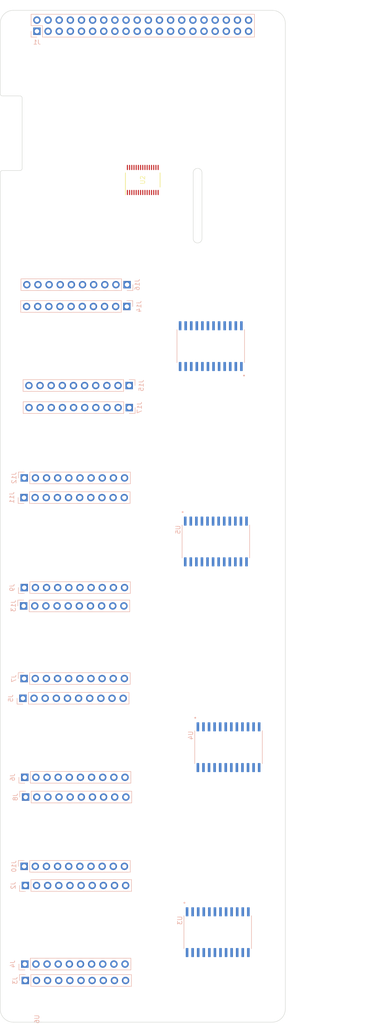
<source format=kicad_pcb>
(kicad_pcb (version 20240108) (generator "pcbnew") (generator_version "8.0")
  (title_block (date "15 nov 2012"))
  (layers (0 "F.Cu" signal) (31 "B.Cu" signal) (34 "B.Paste" user) (35 "F.Paste" user) (36 "B.SilkS" user "B.Silkscreen") (37 "F.SilkS" user "F.Silkscreen") (38 "B.Mask" user) (39 "F.Mask" user) (44 "Edge.Cuts" user))
  (net 0 "")
  (net 1 "GND")
  (net 2 "/GPIO2{slash}SDA1")
  (net 3 "/GPIO3{slash}SCL1")
  (net 4 "/GPIO4{slash}GPCLK0")
  (net 5 "/GPIO14{slash}TXD0")
  (net 6 "/GPIO15{slash}RXD0")
  (net 7 "/GPIO17")
  (net 8 "/GPIO18{slash}PCM.CLK")
  (net 9 "/GPIO27")
  (net 10 "/GPIO22")
  (net 11 "/GPIO23")
  (net 12 "/GPIO24")
  (net 13 "/GPIO10{slash}SPI0.MOSI")
  (net 14 "/GPIO9{slash}SPI0.MISO")
  (net 15 "/GPIO25")
  (net 16 "/GPIO11{slash}SPI0.SCLK")
  (net 17 "/GPIO8{slash}SPI0.CE0")
  (net 18 "/GPIO7{slash}SPI0.CE1")
  (net 19 "/ID_SDA")
  (net 20 "/ID_SCL")
  (net 21 "/GPIO5")
  (net 22 "/GPIO6")
  (net 23 "/GPIO12{slash}PWM0")
  (net 24 "/GPIO13{slash}PWM1")
  (net 25 "/GPIO19{slash}PCM.FS")
  (net 26 "/GPIO16")
  (net 27 "/GPIO26")
  (net 28 "/GPIO20{slash}PCM.DIN")
  (net 29 "/GPIO21{slash}PCM.DOUT")
  (net 30 "+5V")
  (net 31 "+3V3")
  (net 32 "Net-(U2-CH2)")
  (net 44 "Net-(U2-CH0)")
  (net 47 "Net-(U2-CH1)")
  (net 49 "Net-(C6-Pad1)")
  (net 57 "Net-(U2-CH3)")
  (net 60 "/FPGA_1_14")
  (net 61 "/FPGA_1_9")
  (net 62 "/FPGA_1_15")
  (net 63 "/FPGA_1_8")
  (net 64 "/MUX_1_S1")
  (net 65 "/MUX_1_S0")
  (net 66 "/FPGA_1_11")
  (net 67 "/FPGA_1_3")
  (net 68 "/FPGA_1_10")
  (net 69 "/MUX_0_IO")
  (net 70 "/FPGA_1_12")
  (net 71 "/FPGA_1_1")
  (net 72 "/MUX_1_S3")
  (net 73 "/FPGA_1_13")
  (net 74 "/FPGA_1_2")
  (net 75 "/FPGA_1_6")
  (net 76 "/FPGA_1_5")
  (net 77 "/FPGA_1_0")
  (net 78 "/MUX_1_S2")
  (net 79 "/FPGA_1_7")
  (net 80 "/FPGA_1_4")
  (net 85 "/FPGA_0_6")
  (net 86 "/FPGA_0_7")
  (net 87 "/FPGA_0_3")
  (net 88 "/FPGA_0_0")
  (net 89 "/FPGA_0_4")
  (net 90 "/FPGA_0_1")
  (net 91 "/FPGA_0_2")
  (net 92 "/FPGA_0_5")
  (net 93 "/FPGA_0_12")
  (net 94 "/FPGA_0_10")
  (net 95 "/FPGA_0_11")
  (net 96 "/FPGA_0_9")
  (net 97 "/FPGA_0_8")
  (net 98 "/FPGA_0_14")
  (net 99 "/FPGA_0_15")
  (net 100 "/FPGA_0_13")
  (net 105 "/FPGA_2_4")
  (net 106 "/FPGA_2_7")
  (net 107 "/FPGA_2_2")
  (net 109 "/FPGA_2_6")
  (net 110 "/FPGA_2_0")
  (net 111 "/FPGA_2_3")
  (net 112 "/FPGA_2_1")
  (net 113 "/FPGA_2_5")
  (net 114 "/FPGA_2_9")
  (net 116 "/FPGA_2_15")
  (net 117 "/FPGA_2_10")
  (net 118 "/FPGA_2_14")
  (net 119 "/FPGA_2_8")
  (net 120 "/FPGA_2_12")
  (net 121 "/FPGA_2_11")
  (net 122 "/FPGA_2_13")
  (net 125 "/FPGA_3_6")
  (net 126 "/FPGA_3_4")
  (net 127 "/FPGA_3_5")
  (net 128 "/FPGA_3_2")
  (net 129 "/FPGA_3_3")
  (net 130 "/FPGA_3_7")
  (net 131 "/FPGA_3_0")
  (net 132 "/FPGA_3_1")
  (net 134 "/FPGA_3_10")
  (net 135 "/FPGA_3_14")
  (net 136 "/FPGA_3_8")
  (net 137 "/FPGA_3_13")
  (net 138 "/FPGA_3_11")
  (net 139 "/FPGA_3_15")
  (net 140 "/FPGA_3_9")
  (net 142 "/FPGA_3_12")
  (net 145 "/MUX_0_S1")
  (net 146 "/MUX_0_S0")
  (net 147 "/MUX_0_S3")
  (net 148 "/MUX_0_S2")
  (net 149 "/MUX_1_IO")
  (net 150 "/MUX_2_S2")
  (net 151 "/MUX_2_S0")
  (net 152 "/MUX_2_S1")
  (net 153 "/MUX_2_S3")
  (net 154 "/MUX_2_IO")
  (net 155 "/MUX_3_S1")
  (net 156 "/MUX_3_S2")
  (net 157 "/MUX_3_S3")
  (net 158 "/MUX_3_IO")
  (net 159 "/MUX_3_S0")
  (footprint "MountingHole:MountingHole_2.7mm_M2.5" (layer "F.Cu") (at 161.5 47.5)
    (property "Reference" "MH2" (hide yes))
    (property "Value" "MountingHole_2.7mm_M2.5" (hide yes))
    (pad "" np_thru_hole circle (at 0 0) (size 2.7 2.7) (drill 2.7) (layers "*.Cu" "*.Mask"))
  )
  (footprint "MountingHole:MountingHole_2.7mm_M2.5" (layer "F.Cu") (at 103.5 96.5)
    (property "Reference" "MH3" (hide yes))
    (property "Value" "MountingHole_2.7mm_M2.5" (hide yes))
    (pad "" np_thru_hole circle (at 0 0) (size 2.7 2.7) (drill 2.7) (layers "*.Cu" "*.Mask"))
  )
  (footprint "MountingHole:MountingHole_2.7mm_M2.5" (layer "F.Cu") (at 103.5 47.5)
    (property "Reference" "MH1" (hide yes))
    (property "Value" "MountingHole_2.7mm_M2.5" (hide yes))
    (pad "" np_thru_hole circle (at 0 0) (size 2.7 2.7) (drill 2.7) (layers "*.Cu" "*.Mask"))
  )
  (footprint "MountingHole:MountingHole_2.7mm_M2.5" (layer "F.Cu") (at 161.5 96.5)
    (property "Reference" "MH4" (hide yes))
    (property "Value" "MountingHole_2.7mm_M2.5" (hide yes))
    (pad "" np_thru_hole circle (at 0 0) (size 2.7 2.7) (drill 2.7) (layers "*.Cu" "*.Mask"))
  )
  (footprint "CarrierBoardLib:DBT0030A_L" (layer "F.Cu") (at 132.5 82.650001 90)
    (property "Reference" "U2" (at 0 0 90) (layer "F.SilkS"))
    (property "Value" "ADS7950")
    (pad "1" smd oval (at -2.849999 -3.500001 180) (size 0.249999 1.2) (layers "F.Cu" "F.Paste" "F.Mask"))
    (pad "2" smd oval (at -2.849999 -3.000002 180) (size 0.249999 1.2) (layers "F.Cu" "F.Paste" "F.Mask"))
    (pad "3" smd oval (at -2.849999 -2.5 180) (size 0.249999 1.2) (layers "F.Cu" "F.Paste" "F.Mask"))
    (pad "4" smd oval (at -2.849999 -2.000001 180) (size 0.249999 1.2) (layers "F.Cu" "F.Paste" "F.Mask"))
    (pad "5" smd oval (at -2.849999 -1.5 180) (size 0.249999 1.2) (layers "F.Cu" "F.Paste" "F.Mask"))
    (pad "6" smd oval (at -2.849999 -1.000001 180) (size 0.249999 1.2) (layers "F.Cu" "F.Paste" "F.Mask") (net 49 "Net-(C6-Pad1)"))
    (pad "7" smd oval (at -2.849999 -0.500002 180) (size 0.249999 1.2) (layers "F.Cu" "F.Paste" "F.Mask"))
    (pad "8" smd oval (at -2.849999 0 180) (size 0.249999 1.2) (layers "F.Cu" "F.Paste" "F.Mask"))
    (pad "9" smd oval (at -2.849999 0.499999 180) (size 0.249999 1.2) (layers "F.Cu" "F.Paste" "F.Mask"))
    (pad "10" smd oval (at -2.849999 1.000001 180) (size 0.249999 1.2) (layers "F.Cu" "F.Paste" "F.Mask") (net 49 "Net-(C6-Pad1)"))
    (pad "11" smd oval (at -2.849999 1.5 180) (size 0.249999 1.2) (layers "F.Cu" "F.Paste" "F.Mask"))
    (pad "12" smd oval (at -2.849999 1.999999 180) (size 0.249999 1.2) (layers "F.Cu" "F.Paste" "F.Mask") (net 57 "Net-(U2-CH3)"))
    (pad "13" smd oval (at -2.849999 2.5 180) (size 0.249999 1.2) (layers "F.Cu" "F.Paste" "F.Mask"))
    (pad "14" smd oval (at -2.849999 2.999999 180) (size 0.249999 1.2) (layers "F.Cu" "F.Paste" "F.Mask") (net 32 "Net-(U2-CH2)"))
    (pad "15" smd oval (at -2.849999 3.500001 180) (size 0.249999 1.2) (layers "F.Cu" "F.Paste" "F.Mask"))
    (pad "16" smd oval (at 2.849999 3.500001 180) (size 0.249999 1.2) (layers "F.Cu" "F.Paste" "F.Mask"))
    (pad "17" smd oval (at 2.849999 2.999999 180) (size 0.249999 1.2) (layers "F.Cu" "F.Paste" "F.Mask"))
    (pad "18" smd oval (at 2.849999 2.5 180) (size 0.249999 1.2) (layers "F.Cu" "F.Paste" "F.Mask") (net 47 "Net-(U2-CH1)"))
    (pad "19" smd oval (at 2.849999 1.999999 180) (size 0.249999 1.2) (layers "F.Cu" "F.Paste" "F.Mask"))
    (pad "20" smd oval (at 2.849999 1.5 180) (size 0.249999 1.2) (layers "F.Cu" "F.Paste" "F.Mask") (net 44 "Net-(U2-CH0)"))
    (pad "21" smd oval (at 2.849999 1.000001 180) (size 0.249999 1.2) (layers "F.Cu" "F.Paste" "F.Mask"))
    (pad "22" smd oval (at 2.849999 0.499999 180) (size 0.249999 1.2) (layers "F.Cu" "F.Paste" "F.Mask") (net 49 "Net-(C6-Pad1)"))
    (pad "23" smd oval (at 2.849999 0 180) (size 0.249999 1.2) (layers "F.Cu" "F.Paste" "F.Mask"))
    (pad "24" smd oval (at 2.849999 -0.500002 180) (size 0.249999 1.2) (layers "F.Cu" "F.Paste" "F.Mask"))
    (pad "25" smd oval (at 2.849999 -1.000001 180) (size 0.249999 1.2) (layers "F.Cu" "F.Paste" "F.Mask"))
    (pad "26" smd oval (at 2.849999 -1.5 180) (size 0.249999 1.2) (layers "F.Cu" "F.Paste" "F.Mask"))
    (pad "27" smd oval (at 2.849999 -2.000001 180) (size 0.249999 1.2) (layers "F.Cu" "F.Paste" "F.Mask"))
    (pad "28" smd oval (at 2.849999 -2.5 180) (size 0.249999 1.2) (layers "F.Cu" "F.Paste" "F.Mask"))
    (pad "29" smd oval (at 2.849999 -3.000002 180) (size 0.249999 1.2) (layers "F.Cu" "F.Paste" "F.Mask"))
    (pad "30" smd oval (at 2.849999 -3.500001 180) (size 0.249999 1.2) (layers "F.Cu" "F.Paste" "F.Mask"))
  )
  (footprint "Connector_PinSocket_2.54mm:PinSocket_2x20_P2.54mm_Vertical" (layer "B.Cu") (at 108.37 48.77 -90)
    (property "Reference" "J1" (at 2.5 0 0) (layer "B.SilkS") (effects (justify mirror)))
    (property "Value" "GPIO")
    (pad "1" thru_hole rect (at 0 0 270) (size 1.7 1.7) (drill 1) (layers "*.Cu" "*.Mask") (net 31 "+3V3"))
    (pad "2" thru_hole oval (at -2.54 0 270) (size 1.7 1.7) (drill 1) (layers "*.Cu" "*.Mask") (net 30 "+5V"))
    (pad "3" thru_hole oval (at 0 -2.54 270) (size 1.7 1.7) (drill 1) (layers "*.Cu" "*.Mask") (net 2 "/GPIO2{slash}SDA1"))
    (pad "4" thru_hole oval (at -2.54 -2.54 270) (size 1.7 1.7) (drill 1) (layers "*.Cu" "*.Mask") (net 30 "+5V"))
    (pad "5" thru_hole oval (at 0 -5.08 270) (size 1.7 1.7) (drill 1) (layers "*.Cu" "*.Mask") (net 3 "/GPIO3{slash}SCL1"))
    (pad "6" thru_hole oval (at -2.54 -5.08 270) (size 1.7 1.7) (drill 1) (layers "*.Cu" "*.Mask") (net 1 "GND"))
    (pad "7" thru_hole oval (at 0 -7.62 270) (size 1.7 1.7) (drill 1) (layers "*.Cu" "*.Mask") (net 4 "/GPIO4{slash}GPCLK0"))
    (pad "8" thru_hole oval (at -2.54 -7.62 270) (size 1.7 1.7) (drill 1) (layers "*.Cu" "*.Mask") (net 5 "/GPIO14{slash}TXD0"))
    (pad "9" thru_hole oval (at 0 -10.16 270) (size 1.7 1.7) (drill 1) (layers "*.Cu" "*.Mask") (net 1 "GND"))
    (pad "10" thru_hole oval (at -2.54 -10.16 270) (size 1.7 1.7) (drill 1) (layers "*.Cu" "*.Mask") (net 6 "/GPIO15{slash}RXD0"))
    (pad "11" thru_hole oval (at 0 -12.7 270) (size 1.7 1.7) (drill 1) (layers "*.Cu" "*.Mask") (net 7 "/GPIO17"))
    (pad "12" thru_hole oval (at -2.54 -12.7 270) (size 1.7 1.7) (drill 1) (layers "*.Cu" "*.Mask") (net 8 "/GPIO18{slash}PCM.CLK"))
    (pad "13" thru_hole oval (at 0 -15.24 270) (size 1.7 1.7) (drill 1) (layers "*.Cu" "*.Mask") (net 9 "/GPIO27"))
    (pad "14" thru_hole oval (at -2.54 -15.24 270) (size 1.7 1.7) (drill 1) (layers "*.Cu" "*.Mask") (net 1 "GND"))
    (pad "15" thru_hole oval (at 0 -17.78 270) (size 1.7 1.7) (drill 1) (layers "*.Cu" "*.Mask") (net 10 "/GPIO22"))
    (pad "16" thru_hole oval (at -2.54 -17.78 270) (size 1.7 1.7) (drill 1) (layers "*.Cu" "*.Mask") (net 11 "/GPIO23"))
    (pad "17" thru_hole oval (at 0 -20.32 270) (size 1.7 1.7) (drill 1) (layers "*.Cu" "*.Mask") (net 31 "+3V3"))
    (pad "18" thru_hole oval (at -2.54 -20.32 270) (size 1.7 1.7) (drill 1) (layers "*.Cu" "*.Mask") (net 12 "/GPIO24"))
    (pad "19" thru_hole oval (at 0 -22.86 270) (size 1.7 1.7) (drill 1) (layers "*.Cu" "*.Mask") (net 13 "/GPIO10{slash}SPI0.MOSI"))
    (pad "20" thru_hole oval (at -2.54 -22.86 270) (size 1.7 1.7) (drill 1) (layers "*.Cu" "*.Mask") (net 1 "GND"))
    (pad "21" thru_hole oval (at 0 -25.4 270) (size 1.7 1.7) (drill 1) (layers "*.Cu" "*.Mask") (net 14 "/GPIO9{slash}SPI0.MISO"))
    (pad "22" thru_hole oval (at -2.54 -25.4 270) (size 1.7 1.7) (drill 1) (layers "*.Cu" "*.Mask") (net 15 "/GPIO25"))
    (pad "23" thru_hole oval (at 0 -27.94 270) (size 1.7 1.7) (drill 1) (layers "*.Cu" "*.Mask") (net 16 "/GPIO11{slash}SPI0.SCLK"))
    (pad "24" thru_hole oval (at -2.54 -27.94 270) (size 1.7 1.7) (drill 1) (layers "*.Cu" "*.Mask") (net 17 "/GPIO8{slash}SPI0.CE0"))
    (pad "25" thru_hole oval (at 0 -30.48 270) (size 1.7 1.7) (drill 1) (layers "*.Cu" "*.Mask") (net 1 "GND"))
    (pad "26" thru_hole oval (at -2.54 -30.48 270) (size 1.7 1.7) (drill 1) (layers "*.Cu" "*.Mask") (net 18 "/GPIO7{slash}SPI0.CE1"))
    (pad "27" thru_hole oval (at 0 -33.02 270) (size 1.7 1.7) (drill 1) (layers "*.Cu" "*.Mask") (net 19 "/ID_SDA"))
    (pad "28" thru_hole oval (at -2.54 -33.02 270) (size 1.7 1.7) (drill 1) (layers "*.Cu" "*.Mask") (net 20 "/ID_SCL"))
    (pad "29" thru_hole oval (at 0 -35.56 270) (size 1.7 1.7) (drill 1) (layers "*.Cu" "*.Mask") (net 21 "/GPIO5"))
    (pad "30" thru_hole oval (at -2.54 -35.56 270) (size 1.7 1.7) (drill 1) (layers "*.Cu" "*.Mask") (net 1 "GND"))
    (pad "31" thru_hole oval (at 0 -38.1 270) (size 1.7 1.7) (drill 1) (layers "*.Cu" "*.Mask") (net 22 "/GPIO6"))
    (pad "32" thru_hole oval (at -2.54 -38.1 270) (size 1.7 1.7) (drill 1) (layers "*.Cu" "*.Mask") (net 23 "/GPIO12{slash}PWM0"))
    (pad "33" thru_hole oval (at 0 -40.64 270) (size 1.7 1.7) (drill 1) (layers "*.Cu" "*.Mask") (net 24 "/GPIO13{slash}PWM1"))
    (pad "34" thru_hole oval (at -2.54 -40.64 270) (size 1.7 1.7) (drill 1) (layers "*.Cu" "*.Mask") (net 1 "GND"))
    (pad "35" thru_hole oval (at 0 -43.18 270) (size 1.7 1.7) (drill 1) (layers "*.Cu" "*.Mask") (net 25 "/GPIO19{slash}PCM.FS"))
    (pad "36" thru_hole oval (at -2.54 -43.18 270) (size 1.7 1.7) (drill 1) (layers "*.Cu" "*.Mask") (net 26 "/GPIO16"))
    (pad "37" thru_hole oval (at 0 -45.72 270) (size 1.7 1.7) (drill 1) (layers "*.Cu" "*.Mask") (net 27 "/GPIO26"))
    (pad "38" thru_hole oval (at -2.54 -45.72 270) (size 1.7 1.7) (drill 1) (layers "*.Cu" "*.Mask") (net 28 "/GPIO20{slash}PCM.DIN"))
    (pad "39" thru_hole oval (at 0 -48.26 270) (size 1.7 1.7) (drill 1) (layers "*.Cu" "*.Mask") (net 1 "GND"))
    (pad "40" thru_hole oval (at -2.54 -48.26 270) (size 1.7 1.7) (drill 1) (layers "*.Cu" "*.Mask") (net 29 "/GPIO21{slash}PCM.DOUT"))
  )
  (footprint "CarrierBoardLib:SOIC127P1030X265-24N" (layer "B.Cu") (at 149.588 254 -90)
    (property "Reference" "U3" (at -2.685 8.612 90) (layer "B.SilkS") (effects (justify mirror)))
    (property "Value" "CD74HC4067M96")
    (pad "1" smd roundrect (at -4.64 6.985 270) (size 2.06 0.6) (layers "B.Cu" "B.Paste" "B.Mask") (roundrect_rratio 0.125) (net 69 "/MUX_0_IO"))
    (pad "2" smd roundrect (at -4.64 5.715 270) (size 2.06 0.6) (layers "B.Cu" "B.Paste" "B.Mask") (roundrect_rratio 0.125) (net 86 "/FPGA_0_7"))
    (pad "3" smd roundrect (at -4.64 4.445 270) (size 2.06 0.6) (layers "B.Cu" "B.Paste" "B.Mask") (roundrect_rratio 0.125) (net 85 "/FPGA_0_6"))
    (pad "4" smd roundrect (at -4.64 3.175 270) (size 2.06 0.6) (layers "B.Cu" "B.Paste" "B.Mask") (roundrect_rratio 0.125) (net 92 "/FPGA_0_5"))
    (pad "5" smd roundrect (at -4.64 1.905 270) (size 2.06 0.6) (layers "B.Cu" "B.Paste" "B.Mask") (roundrect_rratio 0.125) (net 89 "/FPGA_0_4"))
    (pad "6" smd roundrect (at -4.64 0.635 270) (size 2.06 0.6) (layers "B.Cu" "B.Paste" "B.Mask") (roundrect_rratio 0.125) (net 87 "/FPGA_0_3"))
    (pad "7" smd roundrect (at -4.64 -0.635 270) (size 2.06 0.6) (layers "B.Cu" "B.Paste" "B.Mask") (roundrect_rratio 0.125) (net 91 "/FPGA_0_2"))
    (pad "8" smd roundrect (at -4.64 -1.905 270) (size 2.06 0.6) (layers "B.Cu" "B.Paste" "B.Mask") (roundrect_rratio 0.125) (net 90 "/FPGA_0_1"))
    (pad "9" smd roundrect (at -4.64 -3.175 270) (size 2.06 0.6) (layers "B.Cu" "B.Paste" "B.Mask") (roundrect_rratio 0.125) (net 88 "/FPGA_0_0"))
    (pad "10" smd roundrect (at -4.64 -4.445 270) (size 2.06 0.6) (layers "B.Cu" "B.Paste" "B.Mask") (roundrect_rratio 0.125) (net 146 "/MUX_0_S0"))
    (pad "11" smd roundrect (at -4.64 -5.715 270) (size 2.06 0.6) (layers "B.Cu" "B.Paste" "B.Mask") (roundrect_rratio 0.125) (net 145 "/MUX_0_S1"))
    (pad "12" smd roundrect (at -4.64 -6.985 270) (size 2.06 0.6) (layers "B.Cu" "B.Paste" "B.Mask") (roundrect_rratio 0.125) (net 1 "GND"))
    (pad "13" smd roundrect (at 4.64 -6.985 270) (size 2.06 0.6) (layers "B.Cu" "B.Paste" "B.Mask") (roundrect_rratio 0.125) (net 147 "/MUX_0_S3"))
    (pad "14" smd roundrect (at 4.64 -5.715 270) (size 2.06 0.6) (layers "B.Cu" "B.Paste" "B.Mask") (roundrect_rratio 0.125) (net 148 "/MUX_0_S2"))
    (pad "15" smd roundrect (at 4.64 -4.445 270) (size 2.06 0.6) (layers "B.Cu" "B.Paste" "B.Mask") (roundrect_rratio 0.125) (net 1 "GND"))
    (pad "16" smd roundrect (at 4.64 -3.175 270) (size 2.06 0.6) (layers "B.Cu" "B.Paste" "B.Mask") (roundrect_rratio 0.125) (net 99 "/FPGA_0_15"))
    (pad "17" smd roundrect (at 4.64 -1.905 270) (size 2.06 0.6) (layers "B.Cu" "B.Paste" "B.Mask") (roundrect_rratio 0.125) (net 98 "/FPGA_0_14"))
    (pad "18" smd roundrect (at 4.64 -0.635 270) (size 2.06 0.6) (layers "B.Cu" "B.Paste" "B.Mask") (roundrect_rratio 0.125) (net 100 "/FPGA_0_13"))
    (pad "19" smd roundrect (at 4.64 0.635 270) (size 2.06 0.6) (layers "B.Cu" "B.Paste" "B.Mask") (roundrect_rratio 0.125) (net 93 "/FPGA_0_12"))
    (pad "20" smd roundrect (at 4.64 1.905 270) (size 2.06 0.6) (layers "B.Cu" "B.Paste" "B.Mask") (roundrect_rratio 0.125) (net 95 "/FPGA_0_11"))
    (pad "21" smd roundrect (at 4.64 3.175 270) (size 2.06 0.6) (layers "B.Cu" "B.Paste" "B.Mask") (roundrect_rratio 0.125) (net 94 "/FPGA_0_10"))
    (pad "22" smd roundrect (at 4.64 4.445 270) (size 2.06 0.6) (layers "B.Cu" "B.Paste" "B.Mask") (roundrect_rratio 0.125) (net 96 "/FPGA_0_9"))
    (pad "23" smd roundrect (at 4.64 5.715 270) (size 2.06 0.6) (layers "B.Cu" "B.Paste" "B.Mask") (roundrect_rratio 0.125) (net 97 "/FPGA_0_8"))
    (pad "24" smd roundrect (at 4.64 6.985 270) (size 2.06 0.6) (layers "B.Cu" "B.Paste" "B.Mask") (roundrect_rratio 0.125) (net 30 "+5V"))
  )
  (footprint "Connector_PinHeader_2.54mm:PinHeader_1x10_P2.54mm_Vertical" (layer "B.Cu") (at 105.34 179.68 -90)
    (property "Reference" "J13" (at 0 2.33 90) (layer "B.SilkS") (effects (justify mirror)))
    (property "Value" "Conn_01x10_Pin")
    (pad "1" thru_hole rect (at 0 0 270) (size 1.7 1.7) (drill 1) (layers "*.Cu" "*.Mask"))
    (pad "2" thru_hole oval (at 0 -2.54 270) (size 1.7 1.7) (drill 1) (layers "*.Cu" "*.Mask") (net 1 "GND"))
    (pad "3" thru_hole oval (at 0 -5.08 270) (size 1.7 1.7) (drill 1) (layers "*.Cu" "*.Mask") (net 119 "/FPGA_2_8"))
    (pad "4" thru_hole oval (at 0 -7.62 270) (size 1.7 1.7) (drill 1) (layers "*.Cu" "*.Mask") (net 114 "/FPGA_2_9"))
    (pad "5" thru_hole oval (at 0 -10.16 270) (size 1.7 1.7) (drill 1) (layers "*.Cu" "*.Mask") (net 117 "/FPGA_2_10"))
    (pad "6" thru_hole oval (at 0 -12.7 270) (size 1.7 1.7) (drill 1) (layers "*.Cu" "*.Mask") (net 121 "/FPGA_2_11"))
    (pad "7" thru_hole oval (at 0 -15.24 270) (size 1.7 1.7) (drill 1) (layers "*.Cu" "*.Mask") (net 120 "/FPGA_2_12"))
    (pad "8" thru_hole oval (at 0 -17.78 270) (size 1.7 1.7) (drill 1) (layers "*.Cu" "*.Mask") (net 122 "/FPGA_2_13"))
    (pad "9" thru_hole oval (at 0 -20.32 270) (size 1.7 1.7) (drill 1) (layers "*.Cu" "*.Mask") (net 118 "/FPGA_2_14"))
    (pad "10" thru_hole oval (at 0 -22.86 270) (size 1.7 1.7) (drill 1) (layers "*.Cu" "*.Mask") (net 116 "/FPGA_2_15"))
  )
  (footprint "Connector_PinHeader_2.54mm:PinHeader_1x10_P2.54mm_Vertical" (layer "B.Cu") (at 129.425 134.5 90)
    (property "Reference" "J17" (at 0 2.33 90) (layer "B.SilkS") (effects (justify mirror)))
    (property "Value" "Conn_01x10_Pin")
    (pad "1" thru_hole rect (at 0 0 90) (size 1.7 1.7) (drill 1) (layers "*.Cu" "*.Mask"))
    (pad "2" thru_hole oval (at 0 -2.54 90) (size 1.7 1.7) (drill 1) (layers "*.Cu" "*.Mask") (net 1 "GND"))
    (pad "3" thru_hole oval (at 0 -5.08 90) (size 1.7 1.7) (drill 1) (layers "*.Cu" "*.Mask") (net 136 "/FPGA_3_8"))
    (pad "4" thru_hole oval (at 0 -7.62 90) (size 1.7 1.7) (drill 1) (layers "*.Cu" "*.Mask") (net 140 "/FPGA_3_9"))
    (pad "5" thru_hole oval (at 0 -10.16 90) (size 1.7 1.7) (drill 1) (layers "*.Cu" "*.Mask") (net 134 "/FPGA_3_10"))
    (pad "6" thru_hole oval (at 0 -12.7 90) (size 1.7 1.7) (drill 1) (layers "*.Cu" "*.Mask") (net 138 "/FPGA_3_11"))
    (pad "7" thru_hole oval (at 0 -15.24 90) (size 1.7 1.7) (drill 1) (layers "*.Cu" "*.Mask") (net 142 "/FPGA_3_12"))
    (pad "8" thru_hole oval (at 0 -17.78 90) (size 1.7 1.7) (drill 1) (layers "*.Cu" "*.Mask") (net 137 "/FPGA_3_13"))
    (pad "9" thru_hole oval (at 0 -20.32 90) (size 1.7 1.7) (drill 1) (layers "*.Cu" "*.Mask") (net 135 "/FPGA_3_14"))
    (pad "10" thru_hole oval (at 0 -22.86 90) (size 1.7 1.7) (drill 1) (layers "*.Cu" "*.Mask") (net 139 "/FPGA_3_15"))
  )
  (footprint "Connector_PinSocket_2.54mm:PinSocket_1x10_P2.54mm_Vertical" (layer "B.Cu") (at 105.592 218.72 -90)
    (property "Reference" "J6" (at 0 2.77 90) (layer "B.SilkS") (effects (justify mirror)))
    (property "Value" "Conn_01x10")
    (pad "1" thru_hole rect (at 0 0 270) (size 1.7 1.7) (drill 1) (layers "*.Cu" "*.Mask"))
    (pad "2" thru_hole oval (at 0 -2.54 270) (size 1.7 1.7) (drill 1) (layers "*.Cu" "*.Mask") (net 1 "GND"))
    (pad "3" thru_hole oval (at 0 -5.08 270) (size 1.7 1.7) (drill 1) (layers "*.Cu" "*.Mask") (net 63 "/FPGA_1_8"))
    (pad "4" thru_hole oval (at 0 -7.62 270) (size 1.7 1.7) (drill 1) (layers "*.Cu" "*.Mask") (net 61 "/FPGA_1_9"))
    (pad "5" thru_hole oval (at 0 -10.16 270) (size 1.7 1.7) (drill 1) (layers "*.Cu" "*.Mask") (net 68 "/FPGA_1_10"))
    (pad "6" thru_hole oval (at 0 -12.7 270) (size 1.7 1.7) (drill 1) (layers "*.Cu" "*.Mask") (net 66 "/FPGA_1_11"))
    (pad "7" thru_hole oval (at 0 -15.24 270) (size 1.7 1.7) (drill 1) (layers "*.Cu" "*.Mask") (net 70 "/FPGA_1_12"))
    (pad "8" thru_hole oval (at 0 -17.78 270) (size 1.7 1.7) (drill 1) (layers "*.Cu" "*.Mask") (net 73 "/FPGA_1_13"))
    (pad "9" thru_hole oval (at 0 -20.32 270) (size 1.7 1.7) (drill 1) (layers "*.Cu" "*.Mask") (net 60 "/FPGA_1_14"))
    (pad "10" thru_hole oval (at 0 -22.86 270) (size 1.7 1.7) (drill 1) (layers "*.Cu" "*.Mask") (net 62 "/FPGA_1_15"))
  )
  (footprint "Connector_PinSocket_2.54mm:PinSocket_1x10_P2.54mm_Vertical" (layer "B.Cu") (at 105.738 243.36 -90)
    (property "Reference" "J2" (at 0 2.77 90) (layer "B.SilkS") (effects (justify mirror)))
    (property "Value" "Conn_01x10")
    (pad "1" thru_hole rect (at 0 0 270) (size 1.7 1.7) (drill 1) (layers "*.Cu" "*.Mask"))
    (pad "2" thru_hole oval (at 0 -2.54 270) (size 1.7 1.7) (drill 1) (layers "*.Cu" "*.Mask") (net 1 "GND"))
    (pad "3" thru_hole oval (at 0 -5.08 270) (size 1.7 1.7) (drill 1) (layers "*.Cu" "*.Mask") (net 88 "/FPGA_0_0"))
    (pad "4" thru_hole oval (at 0 -7.62 270) (size 1.7 1.7) (drill 1) (layers "*.Cu" "*.Mask") (net 90 "/FPGA_0_1"))
    (pad "5" thru_hole oval (at 0 -10.16 270) (size 1.7 1.7) (drill 1) (layers "*.Cu" "*.Mask") (net 91 "/FPGA_0_2"))
    (pad "6" thru_hole oval (at 0 -12.7 270) (size 1.7 1.7) (drill 1) (layers "*.Cu" "*.Mask") (net 87 "/FPGA_0_3"))
    (pad "7" thru_hole oval (at 0 -15.24 270) (size 1.7 1.7) (drill 1) (layers "*.Cu" "*.Mask") (net 89 "/FPGA_0_4"))
    (pad "8" thru_hole oval (at 0 -17.78 270) (size 1.7 1.7) (drill 1) (layers "*.Cu" "*.Mask") (net 92 "/FPGA_0_5"))
    (pad "9" thru_hole oval (at 0 -20.32 270) (size 1.7 1.7) (drill 1) (layers "*.Cu" "*.Mask") (net 85 "/FPGA_0_6"))
    (pad "10" thru_hole oval (at 0 -22.86 270) (size 1.7 1.7) (drill 1) (layers "*.Cu" "*.Mask") (net 86 "/FPGA_0_7"))
  )
  (footprint "Connector_PinHeader_2.54mm:PinHeader_1x10_P2.54mm_Vertical" (layer "B.Cu") (at 105.72 265 -90)
    (property "Reference" "J3" (at 0 2.33 90) (layer "B.SilkS") (effects (justify mirror)))
    (property "Value" "Conn_01x10_Pin")
    (pad "1" thru_hole rect (at 0 0 270) (size 1.7 1.7) (drill 1) (layers "*.Cu" "*.Mask"))
    (pad "2" thru_hole oval (at 0 -2.54 270) (size 1.7 1.7) (drill 1) (layers "*.Cu" "*.Mask") (net 1 "GND"))
    (pad "3" thru_hole oval (at 0 -5.08 270) (size 1.7 1.7) (drill 1) (layers "*.Cu" "*.Mask") (net 97 "/FPGA_0_8"))
    (pad "4" thru_hole oval (at 0 -7.62 270) (size 1.7 1.7) (drill 1) (layers "*.Cu" "*.Mask") (net 96 "/FPGA_0_9"))
    (pad "5" thru_hole oval (at 0 -10.16 270) (size 1.7 1.7) (drill 1) (layers "*.Cu" "*.Mask") (net 94 "/FPGA_0_10"))
    (pad "6" thru_hole oval (at 0 -12.7 270) (size 1.7 1.7) (drill 1) (layers "*.Cu" "*.Mask") (net 95 "/FPGA_0_11"))
    (pad "7" thru_hole oval (at 0 -15.24 270) (size 1.7 1.7) (drill 1) (layers "*.Cu" "*.Mask") (net 93 "/FPGA_0_12"))
    (pad "8" thru_hole oval (at 0 -17.78 270) (size 1.7 1.7) (drill 1) (layers "*.Cu" "*.Mask") (net 100 "/FPGA_0_13"))
    (pad "9" thru_hole oval (at 0 -20.32 270) (size 1.7 1.7) (drill 1) (layers "*.Cu" "*.Mask") (net 98 "/FPGA_0_14"))
    (pad "10" thru_hole oval (at 0 -22.86 270) (size 1.7 1.7) (drill 1) (layers "*.Cu" "*.Mask") (net 99 "/FPGA_0_15"))
  )
  (footprint "CarrierBoardLib:SOIC127P1030X265-24N" (layer "B.Cu") (at 149.168 165 -90)
    (property "Reference" "U5" (at -2.685 8.612 90) (layer "B.SilkS") (effects (justify mirror)))
    (property "Value" "CD74HC4067M96")
    (pad "1" smd roundrect (at -4.64 6.985 270) (size 2.06 0.6) (layers "B.Cu" "B.Paste" "B.Mask") (roundrect_rratio 0.125) (net 154 "/MUX_2_IO"))
    (pad "2" smd roundrect (at -4.64 5.715 270) (size 2.06 0.6) (layers "B.Cu" "B.Paste" "B.Mask") (roundrect_rratio 0.125) (net 106 "/FPGA_2_7"))
    (pad "3" smd roundrect (at -4.64 4.445 270) (size 2.06 0.6) (layers "B.Cu" "B.Paste" "B.Mask") (roundrect_rratio 0.125) (net 109 "/FPGA_2_6"))
    (pad "4" smd roundrect (at -4.64 3.175 270) (size 2.06 0.6) (layers "B.Cu" "B.Paste" "B.Mask") (roundrect_rratio 0.125) (net 113 "/FPGA_2_5"))
    (pad "5" smd roundrect (at -4.64 1.905 270) (size 2.06 0.6) (layers "B.Cu" "B.Paste" "B.Mask") (roundrect_rratio 0.125) (net 105 "/FPGA_2_4"))
    (pad "6" smd roundrect (at -4.64 0.635 270) (size 2.06 0.6) (layers "B.Cu" "B.Paste" "B.Mask") (roundrect_rratio 0.125) (net 111 "/FPGA_2_3"))
    (pad "7" smd roundrect (at -4.64 -0.635 270) (size 2.06 0.6) (layers "B.Cu" "B.Paste" "B.Mask") (roundrect_rratio 0.125) (net 107 "/FPGA_2_2"))
    (pad "8" smd roundrect (at -4.64 -1.905 270) (size 2.06 0.6) (layers "B.Cu" "B.Paste" "B.Mask") (roundrect_rratio 0.125) (net 112 "/FPGA_2_1"))
    (pad "9" smd roundrect (at -4.64 -3.175 270) (size 2.06 0.6) (layers "B.Cu" "B.Paste" "B.Mask") (roundrect_rratio 0.125) (net 110 "/FPGA_2_0"))
    (pad "10" smd roundrect (at -4.64 -4.445 270) (size 2.06 0.6) (layers "B.Cu" "B.Paste" "B.Mask") (roundrect_rratio 0.125) (net 151 "/MUX_2_S0"))
    (pad "11" smd roundrect (at -4.64 -5.715 270) (size 2.06 0.6) (layers "B.Cu" "B.Paste" "B.Mask") (roundrect_rratio 0.125) (net 152 "/MUX_2_S1"))
    (pad "12" smd roundrect (at -4.64 -6.985 270) (size 2.06 0.6) (layers "B.Cu" "B.Paste" "B.Mask") (roundrect_rratio 0.125) (net 1 "GND"))
    (pad "13" smd roundrect (at 4.64 -6.985 270) (size 2.06 0.6) (layers "B.Cu" "B.Paste" "B.Mask") (roundrect_rratio 0.125) (net 153 "/MUX_2_S3"))
    (pad "14" smd roundrect (at 4.64 -5.715 270) (size 2.06 0.6) (layers "B.Cu" "B.Paste" "B.Mask") (roundrect_rratio 0.125) (net 150 "/MUX_2_S2"))
    (pad "15" smd roundrect (at 4.64 -4.445 270) (size 2.06 0.6) (layers "B.Cu" "B.Paste" "B.Mask") (roundrect_rratio 0.125) (net 1 "GND"))
    (pad "16" smd roundrect (at 4.64 -3.175 270) (size 2.06 0.6) (layers "B.Cu" "B.Paste" "B.Mask") (roundrect_rratio 0.125) (net 116 "/FPGA_2_15"))
    (pad "17" smd roundrect (at 4.64 -1.905 270) (size 2.06 0.6) (layers "B.Cu" "B.Paste" "B.Mask") (roundrect_rratio 0.125) (net 118 "/FPGA_2_14"))
    (pad "18" smd roundrect (at 4.64 -0.635 270) (size 2.06 0.6) (layers "B.Cu" "B.Paste" "B.Mask") (roundrect_rratio 0.125) (net 122 "/FPGA_2_13"))
    (pad "19" smd roundrect (at 4.64 0.635 270) (size 2.06 0.6) (layers "B.Cu" "B.Paste" "B.Mask") (roundrect_rratio 0.125) (net 120 "/FPGA_2_12"))
    (pad "20" smd roundrect (at 4.64 1.905 270) (size 2.06 0.6) (layers "B.Cu" "B.Paste" "B.Mask") (roundrect_rratio 0.125) (net 121 "/FPGA_2_11"))
    (pad "21" smd roundrect (at 4.64 3.175 270) (size 2.06 0.6) (layers "B.Cu" "B.Paste" "B.Mask") (roundrect_rratio 0.125) (net 117 "/FPGA_2_10"))
    (pad "22" smd roundrect (at 4.64 4.445 270) (size 2.06 0.6) (layers "B.Cu" "B.Paste" "B.Mask") (roundrect_rratio 0.125) (net 114 "/FPGA_2_9"))
    (pad "23" smd roundrect (at 4.64 5.715 270) (size 2.06 0.6) (layers "B.Cu" "B.Paste" "B.Mask") (roundrect_rratio 0.125) (net 119 "/FPGA_2_8"))
    (pad "24" smd roundrect (at 4.64 6.985 270) (size 2.06 0.6) (layers "B.Cu" "B.Paste" "B.Mask") (roundrect_rratio 0.125) (net 30 "+5V"))
  )
  (footprint "Connector_PinSocket_2.54mm:PinSocket_1x10_P2.54mm_Vertical" (layer "B.Cu") (at 128.868 111.465 90)
    (property "Reference" "J14" (at 0 2.77 90) (layer "B.SilkS") (effects (justify mirror)))
    (property "Value" "Conn_01x10")
    (pad "1" thru_hole rect (at 0 0 90) (size 1.7 1.7) (drill 1) (layers "*.Cu" "*.Mask"))
    (pad "2" thru_hole oval (at 0 -2.54 90) (size 1.7 1.7) (drill 1) (layers "*.Cu" "*.Mask") (net 1 "GND"))
    (pad "3" thru_hole oval (at 0 -5.08 90) (size 1.7 1.7) (drill 1) (layers "*.Cu" "*.Mask") (net 131 "/FPGA_3_0"))
    (pad "4" thru_hole oval (at 0 -7.62 90) (size 1.7 1.7) (drill 1) (layers "*.Cu" "*.Mask") (net 132 "/FPGA_3_1"))
    (pad "5" thru_hole oval (at 0 -10.16 90) (size 1.7 1.7) (drill 1) (layers "*.Cu" "*.Mask") (net 128 "/FPGA_3_2"))
    (pad "6" thru_hole oval (at 0 -12.7 90) (size 1.7 1.7) (drill 1) (layers "*.Cu" "*.Mask") (net 129 "/FPGA_3_3"))
    (pad "7" thru_hole oval (at 0 -15.24 90) (size 1.7 1.7) (drill 1) (layers "*.Cu" "*.Mask") (net 126 "/FPGA_3_4"))
    (pad "8" thru_hole oval (at 0 -17.78 90) (size 1.7 1.7) (drill 1) (layers "*.Cu" "*.Mask") (net 127 "/FPGA_3_5"))
    (pad "9" thru_hole oval (at 0 -20.32 90) (size 1.7 1.7) (drill 1) (layers "*.Cu" "*.Mask") (net 125 "/FPGA_3_6"))
    (pad "10" thru_hole oval (at 0 -22.86 90) (size 1.7 1.7) (drill 1) (layers "*.Cu" "*.Mask") (net 130 "/FPGA_3_7"))
  )
  (footprint "Connector_PinHeader_2.54mm:PinHeader_1x10_P2.54mm_Vertical" (layer "B.Cu") (at 128.925 106.5 90)
    (property "Reference" "J16" (at 0 2.33 90) (layer "B.SilkS") (effects (justify mirror)))
    (property "Value" "Conn_01x10_Pin")
    (pad "1" thru_hole rect (at 0 0 90) (size 1.7 1.7) (drill 1) (layers "*.Cu" "*.Mask"))
    (pad "2" thru_hole oval (at 0 -2.54 90) (size 1.7 1.7) (drill 1) (layers "*.Cu" "*.Mask") (net 1 "GND"))
    (pad "3" thru_hole oval (at 0 -5.08 90) (size 1.7 1.7) (drill 1) (layers "*.Cu" "*.Mask") (net 131 "/FPGA_3_0"))
    (pad "4" thru_hole oval (at 0 -7.62 90) (size 1.7 1.7) (drill 1) (layers "*.Cu" "*.Mask") (net 132 "/FPGA_3_1"))
    (pad "5" thru_hole oval (at 0 -10.16 90) (size 1.7 1.7) (drill 1) (layers "*.Cu" "*.Mask") (net 128 "/FPGA_3_2"))
    (pad "6" thru_hole oval (at 0 -12.7 90) (size 1.7 1.7) (drill 1) (layers "*.Cu" "*.Mask") (net 129 "/FPGA_3_3"))
    (pad "7" thru_hole oval (at 0 -15.24 90) (size 1.7 1.7) (drill 1) (layers "*.Cu" "*.Mask") (net 126 "/FPGA_3_4"))
    (pad "8" thru_hole oval (at 0 -17.78 90) (size 1.7 1.7) (drill 1) (layers "*.Cu" "*.Mask") (net 127 "/FPGA_3_5"))
    (pad "9" thru_hole oval (at 0 -20.32 90) (size 1.7 1.7) (drill 1) (layers "*.Cu" "*.Mask") (net 125 "/FPGA_3_6"))
    (pad "10" thru_hole oval (at 0 -22.86 90) (size 1.7 1.7) (drill 1) (layers "*.Cu" "*.Mask") (net 130 "/FPGA_3_7"))
  )
  (footprint "CarrierBoardLib:SOIC127P1030X265-24N" (layer "B.Cu") (at 152.055 211.86 -90)
    (property "Reference" "U4" (at -2.685 8.612 90) (layer "B.SilkS") (effects (justify mirror)))
    (property "Value" "CD74HC4067M96")
    (pad "1" smd roundrect (at -4.64 6.985 270) (size 2.06 0.6) (layers "B.Cu" "B.Paste" "B.Mask") (roundrect_rratio 0.125) (net 149 "/MUX_1_IO"))
    (pad "2" smd roundrect (at -4.64 5.715 270) (size 2.06 0.6) (layers "B.Cu" "B.Paste" "B.Mask") (roundrect_rratio 0.125) (net 79 "/FPGA_1_7"))
    (pad "3" smd roundrect (at -4.64 4.445 270) (size 2.06 0.6) (layers "B.Cu" "B.Paste" "B.Mask") (roundrect_rratio 0.125) (net 75 "/FPGA_1_6"))
    (pad "4" smd roundrect (at -4.64 3.175 270) (size 2.06 0.6) (layers "B.Cu" "B.Paste" "B.Mask") (roundrect_rratio 0.125) (net 76 "/FPGA_1_5"))
    (pad "5" smd roundrect (at -4.64 1.905 270) (size 2.06 0.6) (layers "B.Cu" "B.Paste" "B.Mask") (roundrect_rratio 0.125) (net 80 "/FPGA_1_4"))
    (pad "6" smd roundrect (at -4.64 0.635 270) (size 2.06 0.6) (layers "B.Cu" "B.Paste" "B.Mask") (roundrect_rratio 0.125) (net 67 "/FPGA_1_3"))
    (pad "7" smd roundrect (at -4.64 -0.635 270) (size 2.06 0.6) (layers "B.Cu" "B.Paste" "B.Mask") (roundrect_rratio 0.125) (net 74 "/FPGA_1_2"))
    (pad "8" smd roundrect (at -4.64 -1.905 270) (size 2.06 0.6) (layers "B.Cu" "B.Paste" "B.Mask") (roundrect_rratio 0.125) (net 71 "/FPGA_1_1"))
    (pad "9" smd roundrect (at -4.64 -3.175 270) (size 2.06 0.6) (layers "B.Cu" "B.Paste" "B.Mask") (roundrect_rratio 0.125) (net 77 "/FPGA_1_0"))
    (pad "10" smd roundrect (at -4.64 -4.445 270) (size 2.06 0.6) (layers "B.Cu" "B.Paste" "B.Mask") (roundrect_rratio 0.125) (net 65 "/MUX_1_S0"))
    (pad "11" smd roundrect (at -4.64 -5.715 270) (size 2.06 0.6) (layers "B.Cu" "B.Paste" "B.Mask") (roundrect_rratio 0.125) (net 64 "/MUX_1_S1"))
    (pad "12" smd roundrect (at -4.64 -6.985 270) (size 2.06 0.6) (layers "B.Cu" "B.Paste" "B.Mask") (roundrect_rratio 0.125) (net 1 "GND"))
    (pad "13" smd roundrect (at 4.64 -6.985 270) (size 2.06 0.6) (layers "B.Cu" "B.Paste" "B.Mask") (roundrect_rratio 0.125) (net 72 "/MUX_1_S3"))
    (pad "14" smd roundrect (at 4.64 -5.715 270) (size 2.06 0.6) (layers "B.Cu" "B.Paste" "B.Mask") (roundrect_rratio 0.125) (net 78 "/MUX_1_S2"))
    (pad "15" smd roundrect (at 4.64 -4.445 270) (size 2.06 0.6) (layers "B.Cu" "B.Paste" "B.Mask") (roundrect_rratio 0.125) (net 1 "GND"))
    (pad "16" smd roundrect (at 4.64 -3.175 270) (size 2.06 0.6) (layers "B.Cu" "B.Paste" "B.Mask") (roundrect_rratio 0.125) (net 62 "/FPGA_1_15"))
    (pad "17" smd roundrect (at 4.64 -1.905 270) (size 2.06 0.6) (layers "B.Cu" "B.Paste" "B.Mask") (roundrect_rratio 0.125) (net 60 "/FPGA_1_14"))
    (pad "18" smd roundrect (at 4.64 -0.635 270) (size 2.06 0.6) (layers "B.Cu" "B.Paste" "B.Mask") (roundrect_rratio 0.125) (net 73 "/FPGA_1_13"))
    (pad "19" smd roundrect (at 4.64 0.635 270) (size 2.06 0.6) (layers "B.Cu" "B.Paste" "B.Mask") (roundrect_rratio 0.125) (net 70 "/FPGA_1_12"))
    (pad "20" smd roundrect (at 4.64 1.905 270) (size 2.06 0.6) (layers "B.Cu" "B.Paste" "B.Mask") (roundrect_rratio 0.125) (net 66 "/FPGA_1_11"))
    (pad "21" smd roundrect (at 4.64 3.175 270) (size 2.06 0.6) (layers "B.Cu" "B.Paste" "B.Mask") (roundrect_rratio 0.125) (net 68 "/FPGA_1_10"))
    (pad "22" smd roundrect (at 4.64 4.445 270) (size 2.06 0.6) (layers "B.Cu" "B.Paste" "B.Mask") (roundrect_rratio 0.125) (net 61 "/FPGA_1_9"))
    (pad "23" smd roundrect (at 4.64 5.715 270) (size 2.06 0.6) (layers "B.Cu" "B.Paste" "B.Mask") (roundrect_rratio 0.125) (net 63 "/FPGA_1_8"))
    (pad "24" smd roundrect (at 4.64 6.985 270) (size 2.06 0.6) (layers "B.Cu" "B.Paste" "B.Mask") (roundrect_rratio 0.125) (net 30 "+5V"))
  )
  (footprint "Connector_PinSocket_2.54mm:PinSocket_1x10_P2.54mm_Vertical" (layer "B.Cu") (at 129.4 129.475 90)
    (property "Reference" "J15" (at 0 2.77 90) (layer "B.SilkS") (effects (justify mirror)))
    (property "Value" "Conn_01x10")
    (pad "1" thru_hole rect (at 0 0 90) (size 1.7 1.7) (drill 1) (layers "*.Cu" "*.Mask"))
    (pad "2" thru_hole oval (at 0 -2.54 90) (size 1.7 1.7) (drill 1) (layers "*.Cu" "*.Mask") (net 1 "GND"))
    (pad "3" thru_hole oval (at 0 -5.08 90) (size 1.7 1.7) (drill 1) (layers "*.Cu" "*.Mask") (net 136 "/FPGA_3_8"))
    (pad "4" thru_hole oval (at 0 -7.62 90) (size 1.7 1.7) (drill 1) (layers "*.Cu" "*.Mask") (net 140 "/FPGA_3_9"))
    (pad "5" thru_hole oval (at 0 -10.16 90) (size 1.7 1.7) (drill 1) (layers "*.Cu" "*.Mask") (net 134 "/FPGA_3_10"))
    (pad "6" thru_hole oval (at 0 -12.7 90) (size 1.7 1.7) (drill 1) (layers "*.Cu" "*.Mask") (net 138 "/FPGA_3_11"))
    (pad "7" thru_hole oval (at 0 -15.24 90) (size 1.7 1.7) (drill 1) (layers "*.Cu" "*.Mask") (net 142 "/FPGA_3_12"))
    (pad "8" thru_hole oval (at 0 -17.78 90) (size 1.7 1.7) (drill 1) (layers "*.Cu" "*.Mask") (net 137 "/FPGA_3_13"))
    (pad "9" thru_hole oval (at 0 -20.32 90) (size 1.7 1.7) (drill 1) (layers "*.Cu" "*.Mask") (net 135 "/FPGA_3_14"))
    (pad "10" thru_hole oval (at 0 -22.86 90) (size 1.7 1.7) (drill 1) (layers "*.Cu" "*.Mask") (net 139 "/FPGA_3_15"))
  )
  (footprint "Connector_PinSocket_2.54mm:PinSocket_1x10_P2.54mm_Vertical" (layer "B.Cu") (at 105.42 155 -90)
    (property "Reference" "J11" (at 0 2.77 90) (layer "B.SilkS") (effects (justify mirror)))
    (property "Value" "Conn_01x10")
    (pad "1" thru_hole rect (at 0 0 270) (size 1.7 1.7) (drill 1) (layers "*.Cu" "*.Mask"))
    (pad "2" thru_hole oval (at 0 -2.54 270) (size 1.7 1.7) (drill 1) (layers "*.Cu" "*.Mask") (net 1 "GND"))
    (pad "3" thru_hole oval (at 0 -5.08 270) (size 1.7 1.7) (drill 1) (layers "*.Cu" "*.Mask") (net 119 "/FPGA_2_8"))
    (pad "4" thru_hole oval (at 0 -7.62 270) (size 1.7 1.7) (drill 1) (layers "*.Cu" "*.Mask") (net 114 "/FPGA_2_9"))
    (pad "5" thru_hole oval (at 0 -10.16 270) (size 1.7 1.7) (drill 1) (layers "*.Cu" "*.Mask") (net 117 "/FPGA_2_10"))
    (pad "6" thru_hole oval (at 0 -12.7 270) (size 1.7 1.7) (drill 1) (layers "*.Cu" "*.Mask") (net 121 "/FPGA_2_11"))
    (pad "7" thru_hole oval (at 0 -15.24 270) (size 1.7 1.7) (drill 1) (layers "*.Cu" "*.Mask") (net 120 "/FPGA_2_12"))
    (pad "8" thru_hole oval (at 0 -17.78 270) (size 1.7 1.7) (drill 1) (layers "*.Cu" "*.Mask") (net 122 "/FPGA_2_13"))
    (pad "9" thru_hole oval (at 0 -20.32 270) (size 1.7 1.7) (drill 1) (layers "*.Cu" "*.Mask") (net 118 "/FPGA_2_14"))
    (pad "10" thru_hole oval (at 0 -22.86 270) (size 1.7 1.7) (drill 1) (layers "*.Cu" "*.Mask") (net 116 "/FPGA_2_15"))
  )
  (footprint "Connector_PinHeader_2.54mm:PinHeader_1x10_P2.54mm_Vertical" (layer "B.Cu") (at 105.447 196.22 -90)
    (property "Reference" "J7" (at 0 2.33 90) (layer "B.SilkS") (effects (justify mirror)))
    (property "Value" "Conn_01x10_Pin")
    (pad "1" thru_hole rect (at 0 0 270) (size 1.7 1.7) (drill 1) (layers "*.Cu" "*.Mask"))
    (pad "2" thru_hole oval (at 0 -2.54 270) (size 1.7 1.7) (drill 1) (layers "*.Cu" "*.Mask") (net 1 "GND"))
    (pad "3" thru_hole oval (at 0 -5.08 270) (size 1.7 1.7) (drill 1) (layers "*.Cu" "*.Mask") (net 77 "/FPGA_1_0"))
    (pad "4" thru_hole oval (at 0 -7.62 270) (size 1.7 1.7) (drill 1) (layers "*.Cu" "*.Mask") (net 71 "/FPGA_1_1"))
    (pad "5" thru_hole oval (at 0 -10.16 270) (size 1.7 1.7) (drill 1) (layers "*.Cu" "*.Mask") (net 74 "/FPGA_1_2"))
    (pad "6" thru_hole oval (at 0 -12.7 270) (size 1.7 1.7) (drill 1) (layers "*.Cu" "*.Mask") (net 67 "/FPGA_1_3"))
    (pad "7" thru_hole oval (at 0 -15.24 270) (size 1.7 1.7) (drill 1) (layers "*.Cu" "*.Mask") (net 80 "/FPGA_1_4"))
    (pad "8" thru_hole oval (at 0 -17.78 270) (size 1.7 1.7) (drill 1) (layers "*.Cu" "*.Mask") (net 76 "/FPGA_1_5"))
    (pad "9" thru_hole oval (at 0 -20.32 270) (size 1.7 1.7) (drill 1) (layers "*.Cu" "*.Mask") (net 75 "/FPGA_1_6"))
    (pad "10" thru_hole oval (at 0 -22.86 270) (size 1.7 1.7) (drill 1) (layers "*.Cu" "*.Mask") (net 79 "/FPGA_1_7"))
  )
  (footprint "Connector_PinSocket_2.54mm:PinSocket_1x10_P2.54mm_Vertical" (layer "B.Cu") (at 105.483 175.5 -90)
    (property "Reference" "J9" (at 0 2.77 90) (layer "B.SilkS") (effects (justify mirror)))
    (property "Value" "Conn_01x10")
    (pad "1" thru_hole rect (at 0 0 270) (size 1.7 1.7) (drill 1) (layers "*.Cu" "*.Mask"))
    (pad "2" thru_hole oval (at 0 -2.54 270) (size 1.7 1.7) (drill 1) (layers "*.Cu" "*.Mask") (net 1 "GND"))
    (pad "3" thru_hole oval (at 0 -5.08 270) (size 1.7 1.7) (drill 1) (layers "*.Cu" "*.Mask") (net 110 "/FPGA_2_0"))
    (pad "4" thru_hole oval (at 0 -7.62 270) (size 1.7 1.7) (drill 1) (layers "*.Cu" "*.Mask") (net 112 "/FPGA_2_1"))
    (pad "5" thru_hole oval (at 0 -10.16 270) (size 1.7 1.7) (drill 1) (layers "*.Cu" "*.Mask") (net 107 "/FPGA_2_2"))
    (pad "6" thru_hole oval (at 0 -12.7 270) (size 1.7 1.7) (drill 1) (layers "*.Cu" "*.Mask") (net 111 "/FPGA_2_3"))
    (pad "7" thru_hole oval (at 0 -15.24 270) (size 1.7 1.7) (drill 1) (layers "*.Cu" "*.Mask") (net 105 "/FPGA_2_4"))
    (pad "8" thru_hole oval (at 0 -17.78 270) (size 1.7 1.7) (drill 1) (layers "*.Cu" "*.Mask") (net 113 "/FPGA_2_5"))
    (pad "9" thru_hole oval (at 0 -20.32 270) (size 1.7 1.7) (drill 1) (layers "*.Cu" "*.Mask") (net 109 "/FPGA_2_6"))
    (pad "10" thru_hole oval (at 0 -22.86 270) (size 1.7 1.7) (drill 1) (layers "*.Cu" "*.Mask") (net 106 "/FPGA_2_7"))
  )
  (footprint "Connector_PinHeader_2.54mm:PinHeader_1x10_P2.54mm_Vertical" (layer "B.Cu") (at 105.46 239 -90)
    (property "Reference" "J10" (at 0 2.33 90) (layer "B.SilkS") (effects (justify mirror)))
    (property "Value" "Conn_01x10_Pin")
    (pad "1" thru_hole rect (at 0 0 270) (size 1.7 1.7) (drill 1) (layers "*.Cu" "*.Mask"))
    (pad "2" thru_hole oval (at 0 -2.54 270) (size 1.7 1.7) (drill 1) (layers "*.Cu" "*.Mask") (net 1 "GND"))
    (pad "3" thru_hole oval (at 0 -5.08 270) (size 1.7 1.7) (drill 1) (layers "*.Cu" "*.Mask") (net 88 "/FPGA_0_0"))
    (pad "4" thru_hole oval (at 0 -7.62 270) (size 1.7 1.7) (drill 1) (layers "*.Cu" "*.Mask") (net 90 "/FPGA_0_1"))
    (pad "5" thru_hole oval (at 0 -10.16 270) (size 1.7 1.7) (drill 1) (layers "*.Cu" "*.Mask") (net 91 "/FPGA_0_2"))
    (pad "6" thru_hole oval (at 0 -12.7 270) (size 1.7 1.7) (drill 1) (layers "*.Cu" "*.Mask") (net 87 "/FPGA_0_3"))
    (pad "7" thru_hole oval (at 0 -15.24 270) (size 1.7 1.7) (drill 1) (layers "*.Cu" "*.Mask") (net 89 "/FPGA_0_4"))
    (pad "8" thru_hole oval (at 0 -17.78 270) (size 1.7 1.7) (drill 1) (layers "*.Cu" "*.Mask") (net 92 "/FPGA_0_5"))
    (pad "9" thru_hole oval (at 0 -20.32 270) (size 1.7 1.7) (drill 1) (layers "*.Cu" "*.Mask") (net 85 "/FPGA_0_6"))
    (pad "10" thru_hole oval (at 0 -22.86 270) (size 1.7 1.7) (drill 1) (layers "*.Cu" "*.Mask") (net 86 "/FPGA_0_7"))
  )
  (footprint "CarrierBoardLib:SOIC127P1030X265-24N" (layer "B.Cu") (at 148 120.5 90)
    (property "Reference" "U6" (at -153.315 -39.612 -90) (layer "B.SilkS") (effects (justify mirror)))
    (property "Value" "CD74HC4067M96")
    (pad "1" smd roundrect (at -4.64 6.985 90) (size 2.06 0.6) (layers "B.Cu" "B.Paste" "B.Mask") (roundrect_rratio 0.125) (net 158 "/MUX_3_IO"))
    (pad "2" smd roundrect (at -4.64 5.715 90) (size 2.06 0.6) (layers "B.Cu" "B.Paste" "B.Mask") (roundrect_rratio 0.125) (net 130 "/FPGA_3_7"))
    (pad "3" smd roundrect (at -4.64 4.445 90) (size 2.06 0.6) (layers "B.Cu" "B.Paste" "B.Mask") (roundrect_rratio 0.125) (net 125 "/FPGA_3_6"))
    (pad "4" smd roundrect (at -4.64 3.175 90) (size 2.06 0.6) (layers "B.Cu" "B.Paste" "B.Mask") (roundrect_rratio 0.125) (net 127 "/FPGA_3_5"))
    (pad "5" smd roundrect (at -4.64 1.905 90) (size 2.06 0.6) (layers "B.Cu" "B.Paste" "B.Mask") (roundrect_rratio 0.125) (net 126 "/FPGA_3_4"))
    (pad "6" smd roundrect (at -4.64 0.635 90) (size 2.06 0.6) (layers "B.Cu" "B.Paste" "B.Mask") (roundrect_rratio 0.125) (net 129 "/FPGA_3_3"))
    (pad "7" smd roundrect (at -4.64 -0.635 90) (size 2.06 0.6) (layers "B.Cu" "B.Paste" "B.Mask") (roundrect_rratio 0.125) (net 128 "/FPGA_3_2"))
    (pad "8" smd roundrect (at -4.64 -1.905 90) (size 2.06 0.6) (layers "B.Cu" "B.Paste" "B.Mask") (roundrect_rratio 0.125) (net 132 "/FPGA_3_1"))
    (pad "9" smd roundrect (at -4.64 -3.175 90) (size 2.06 0.6) (layers "B.Cu" "B.Paste" "B.Mask") (roundrect_rratio 0.125) (net 131 "/FPGA_3_0"))
    (pad "10" smd roundrect (at -4.64 -4.445 90) (size 2.06 0.6) (layers "B.Cu" "B.Paste" "B.Mask") (roundrect_rratio 0.125) (net 159 "/MUX_3_S0"))
    (pad "11" smd roundrect (at -4.64 -5.715 90) (size 2.06 0.6) (layers "B.Cu" "B.Paste" "B.Mask") (roundrect_rratio 0.125) (net 155 "/MUX_3_S1"))
    (pad "12" smd roundrect (at -4.64 -6.985 90) (size 2.06 0.6) (layers "B.Cu" "B.Paste" "B.Mask") (roundrect_rratio 0.125) (net 1 "GND"))
    (pad "13" smd roundrect (at 4.64 -6.985 90) (size 2.06 0.6) (layers "B.Cu" "B.Paste" "B.Mask") (roundrect_rratio 0.125) (net 157 "/MUX_3_S3"))
    (pad "14" smd roundrect (at 4.64 -5.715 90) (size 2.06 0.6) (layers "B.Cu" "B.Paste" "B.Mask") (roundrect_rratio 0.125) (net 156 "/MUX_3_S2"))
    (pad "15" smd roundrect (at 4.64 -4.445 90) (size 2.06 0.6) (layers "B.Cu" "B.Paste" "B.Mask") (roundrect_rratio 0.125) (net 1 "GND"))
    (pad "16" smd roundrect (at 4.64 -3.175 90) (size 2.06 0.6) (layers "B.Cu" "B.Paste" "B.Mask") (roundrect_rratio 0.125) (net 139 "/FPGA_3_15"))
    (pad "17" smd roundrect (at 4.64 -1.905 90) (size 2.06 0.6) (layers "B.Cu" "B.Paste" "B.Mask") (roundrect_rratio 0.125) (net 135 "/FPGA_3_14"))
    (pad "18" smd roundrect (at 4.64 -0.635 90) (size 2.06 0.6) (layers "B.Cu" "B.Paste" "B.Mask") (roundrect_rratio 0.125) (net 137 "/FPGA_3_13"))
    (pad "19" smd roundrect (at 4.64 0.635 90) (size 2.06 0.6) (layers "B.Cu" "B.Paste" "B.Mask") (roundrect_rratio 0.125) (net 142 "/FPGA_3_12"))
    (pad "20" smd roundrect (at 4.64 1.905 90) (size 2.06 0.6) (layers "B.Cu" "B.Paste" "B.Mask") (roundrect_rratio 0.125) (net 138 "/FPGA_3_11"))
    (pad "21" smd roundrect (at 4.64 3.175 90) (size 2.06 0.6) (layers "B.Cu" "B.Paste" "B.Mask") (roundrect_rratio 0.125) (net 134 "/FPGA_3_10"))
    (pad "22" smd roundrect (at 4.64 4.445 90) (size 2.06 0.6) (layers "B.Cu" "B.Paste" "B.Mask") (roundrect_rratio 0.125) (net 140 "/FPGA_3_9"))
    (pad "23" smd roundrect (at 4.64 5.715 90) (size 2.06 0.6) (layers "B.Cu" "B.Paste" "B.Mask") (roundrect_rratio 0.125) (net 136 "/FPGA_3_8"))
    (pad "24" smd roundrect (at 4.64 6.985 90) (size 2.06 0.6) (layers "B.Cu" "B.Paste" "B.Mask") (roundrect_rratio 0.125) (net 30 "+5V"))
  )
  (footprint "Connector_PinHeader_2.54mm:PinHeader_1x10_P2.54mm_Vertical" (layer "B.Cu") (at 105.483 150.52 -90)
    (property "Reference" "J12" (at 0 2.33 90) (layer "B.SilkS") (effects (justify mirror)))
    (property "Value" "Conn_01x10_Pin")
    (pad "1" thru_hole rect (at 0 0 270) (size 1.7 1.7) (drill 1) (layers "*.Cu" "*.Mask"))
    (pad "2" thru_hole oval (at 0 -2.54 270) (size 1.7 1.7) (drill 1) (layers "*.Cu" "*.Mask") (net 1 "GND"))
    (pad "3" thru_hole oval (at 0 -5.08 270) (size 1.7 1.7) (drill 1) (layers "*.Cu" "*.Mask") (net 110 "/FPGA_2_0"))
    (pad "4" thru_hole oval (at 0 -7.62 270) (size 1.7 1.7) (drill 1) (layers "*.Cu" "*.Mask") (net 112 "/FPGA_2_1"))
    (pad "5" thru_hole oval (at 0 -10.16 270) (size 1.7 1.7) (drill 1) (layers "*.Cu" "*.Mask") (net 107 "/FPGA_2_2"))
    (pad "6" thru_hole oval (at 0 -12.7 270) (size 1.7 1.7) (drill 1) (layers "*.Cu" "*.Mask") (net 111 "/FPGA_2_3"))
    (pad "7" thru_hole oval (at 0 -15.24 270) (size 1.7 1.7) (drill 1) (layers "*.Cu" "*.Mask") (net 105 "/FPGA_2_4"))
    (pad "8" thru_hole oval (at 0 -17.78 270) (size 1.7 1.7) (drill 1) (layers "*.Cu" "*.Mask") (net 113 "/FPGA_2_5"))
    (pad "9" thru_hole oval (at 0 -20.32 270) (size 1.7 1.7) (drill 1) (layers "*.Cu" "*.Mask") (net 109 "/FPGA_2_6"))
    (pad "10" thru_hole oval (at 0 -22.86 270) (size 1.7 1.7) (drill 1) (layers "*.Cu" "*.Mask") (net 106 "/FPGA_2_7"))
  )
  (footprint "Connector_PinSocket_2.54mm:PinSocket_1x10_P2.54mm_Vertical" (layer "B.Cu") (at 105.172 200.72 -90)
    (property "Reference" "J5" (at 0 2.77 90) (layer "B.SilkS") (effects (justify mirror)))
    (property "Value" "Conn_01x10")
    (pad "1" thru_hole rect (at 0 0 270) (size 1.7 1.7) (drill 1) (layers "*.Cu" "*.Mask"))
    (pad "2" thru_hole oval (at 0 -2.54 270) (size 1.7 1.7) (drill 1) (layers "*.Cu" "*.Mask") (net 1 "GND"))
    (pad "3" thru_hole oval (at 0 -5.08 270) (size 1.7 1.7) (drill 1) (layers "*.Cu" "*.Mask") (net 77 "/FPGA_1_0"))
    (pad "4" thru_hole oval (at 0 -7.62 270) (size 1.7 1.7) (drill 1) (layers "*.Cu" "*.Mask") (net 71 "/FPGA_1_1"))
    (pad "5" thru_hole oval (at 0 -10.16 270) (size 1.7 1.7) (drill 1) (layers "*.Cu" "*.Mask") (net 74 "/FPGA_1_2"))
    (pad "6" thru_hole oval (at 0 -12.7 270) (size 1.7 1.7) (drill 1) (layers "*.Cu" "*.Mask") (net 67 "/FPGA_1_3"))
    (pad "7" thru_hole oval (at 0 -15.24 270) (size 1.7 1.7) (drill 1) (layers "*.Cu" "*.Mask") (net 80 "/FPGA_1_4"))
    (pad "8" thru_hole oval (at 0 -17.78 270) (size 1.7 1.7) (drill 1) (layers "*.Cu" "*.Mask") (net 76 "/FPGA_1_5"))
    (pad "9" thru_hole oval (at 0 -20.32 270) (size 1.7 1.7) (drill 1) (layers "*.Cu" "*.Mask") (net 75 "/FPGA_1_6"))
    (pad "10" thru_hole oval (at 0 -22.86 270) (size 1.7 1.7) (drill 1) (layers "*.Cu" "*.Mask") (net 79 "/FPGA_1_7"))
  )
  (footprint "Connector_PinSocket_2.54mm:PinSocket_1x10_P2.54mm_Vertical" (layer "B.Cu") (at 105.602 261.265 -90)
    (property "Reference" "J4" (at 0 2.77 90) (layer "B.SilkS") (effects (justify mirror)))
    (property "Value" "Conn_01x10")
    (pad "1" thru_hole rect (at 0 0 270) (size 1.7 1.7) (drill 1) (layers "*.Cu" "*.Mask"))
    (pad "2" thru_hole oval (at 0 -2.54 270) (size 1.7 1.7) (drill 1) (layers "*.Cu" "*.Mask") (net 1 "GND"))
    (pad "3" thru_hole oval (at 0 -5.08 270) (size 1.7 1.7) (drill 1) (layers "*.Cu" "*.Mask") (net 97 "/FPGA_0_8"))
    (pad "4" thru_hole oval (at 0 -7.62 270) (size 1.7 1.7) (drill 1) (layers "*.Cu" "*.Mask") (net 96 "/FPGA_0_9"))
    (pad "5" thru_hole oval (at 0 -10.16 270) (size 1.7 1.7) (drill 1) (layers "*.Cu" "*.Mask") (net 94 "/FPGA_0_10"))
    (pad "6" thru_hole oval (at 0 -12.7 270) (size 1.7 1.7) (drill 1) (layers "*.Cu" "*.Mask") (net 95 "/FPGA_0_11"))
    (pad "7" thru_hole oval (at 0 -15.24 270) (size 1.7 1.7) (drill 1) (layers "*.Cu" "*.Mask") (net 93 "/FPGA_0_12"))
    (pad "8" thru_hole oval (at 0 -17.78 270) (size 1.7 1.7) (drill 1) (layers "*.Cu" "*.Mask") (net 100 "/FPGA_0_13"))
    (pad "9" thru_hole oval (at 0 -20.32 270) (size 1.7 1.7) (drill 1) (layers "*.Cu" "*.Mask") (net 98 "/FPGA_0_14"))
    (pad "10" thru_hole oval (at 0 -22.86 270) (size 1.7 1.7) (drill 1) (layers "*.Cu" "*.Mask") (net 99 "/FPGA_0_15"))
  )
  (footprint "Connector_PinHeader_2.54mm:PinHeader_1x10_P2.54mm_Vertical" (layer "B.Cu") (at 105.787 223.22 -90)
    (property "Reference" "J8" (at 0 2.33 90) (layer "B.SilkS") (effects (justify mirror)))
    (property "Value" "Conn_01x10_Pin")
    (pad "1" thru_hole rect (at 0 0 270) (size 1.7 1.7) (drill 1) (layers "*.Cu" "*.Mask"))
    (pad "2" thru_hole oval (at 0 -2.54 270) (size 1.7 1.7) (drill 1) (layers "*.Cu" "*.Mask") (net 1 "GND"))
    (pad "3" thru_hole oval (at 0 -5.08 270) (size 1.7 1.7) (drill 1) (layers "*.Cu" "*.Mask") (net 63 "/FPGA_1_8"))
    (pad "4" thru_hole oval (at 0 -7.62 270) (size 1.7 1.7) (drill 1) (layers "*.Cu" "*.Mask") (net 61 "/FPGA_1_9"))
    (pad "5" thru_hole oval (at 0 -10.16 270) (size 1.7 1.7) (drill 1) (layers "*.Cu" "*.Mask") (net 68 "/FPGA_1_10"))
    (pad "6" thru_hole oval (at 0 -12.7 270) (size 1.7 1.7) (drill 1) (layers "*.Cu" "*.Mask") (net 66 "/FPGA_1_11"))
    (pad "7" thru_hole oval (at 0 -15.24 270) (size 1.7 1.7) (drill 1) (layers "*.Cu" "*.Mask") (net 70 "/FPGA_1_12"))
    (pad "8" thru_hole oval (at 0 -17.78 270) (size 1.7 1.7) (drill 1) (layers "*.Cu" "*.Mask") (net 73 "/FPGA_1_13"))
    (pad "9" thru_hole oval (at 0 -20.32 270) (size 1.7 1.7) (drill 1) (layers "*.Cu" "*.Mask") (net 60 "/FPGA_1_14"))
    (pad "10" thru_hole oval (at 0 -22.86 270) (size 1.7 1.7) (drill 1) (layers "*.Cu" "*.Mask") (net 62 "/FPGA_1_15"))
  )
  (gr_arc (start 100.5 63.5) (mid 100.146447 63.353553) (end 100 63) (stroke (width 0.1)) (layer "Edge.Cuts"))
  (gr_arc (start 162 44) (mid 164.12132 44.87868) (end 165 47) (stroke (width 0.1)) (layer "Edge.Cuts"))
  (gr_line (start 165 271.5) (end 165 47) (stroke (width 0.1)) (layer "Edge.Cuts"))
  (gr_line (start 100 47) (end 100 63) (stroke (width 0.1)) (layer "Edge.Cuts"))
  (gr_line (start 146 81) (end 146 96) (stroke (width 0.1)) (layer "Edge.Cuts"))
  (gr_line (start 144 96) (end 144 81) (stroke (width 0.1)) (layer "Edge.Cuts"))
  (gr_arc (start 103 274.5) (mid 100.87868 273.62132) (end 100 271.5) (stroke (width 0.1)) (layer "Edge.Cuts"))
  (gr_line (start 103 274.5) (end 162 274.5) (stroke (width 0.1)) (layer "Edge.Cuts"))
  (gr_line (start 104.5 80.5) (end 100.5 80.5) (stroke (width 0.1)) (layer "Edge.Cuts"))
  (gr_arc (start 144 81) (mid 145 80) (end 146 81) (stroke (width 0.1)) (layer "Edge.Cuts"))
  (gr_arc (start 100 81) (mid 100.146138 80.646755) (end 100.499127 80.500001) (stroke (width 0.1)) (layer "Edge.Cuts"))
  (gr_arc (start 165 271.5) (mid 164.12132 273.62132) (end 162 274.5) (stroke (width 0.1)) (layer "Edge.Cuts"))
  (gr_line (start 105 64) (end 105 80) (stroke (width 0.1)) (layer "Edge.Cuts"))
  (gr_arc (start 100 47) (mid 100.87868 44.87868) (end 103 44) (stroke (width 0.1)) (layer "Edge.Cuts"))
  (gr_arc (start 146 96) (mid 145 97) (end 144 96) (stroke (width 0.1)) (layer "Edge.Cuts"))
  (gr_line (start 100 81) (end 100 271.5) (stroke (width 0.1)) (layer "Edge.Cuts"))
  (gr_line (start 100.5 63.5) (end 104.5 63.5) (stroke (width 0.1)) (layer "Edge.Cuts"))
  (gr_arc (start 105 80) (mid 104.853553 80.353553) (end 104.5 80.5) (stroke (width 0.1)) (layer "Edge.Cuts"))
  (gr_arc (start 104.5 63.5) (mid 104.853553 63.646447) (end 105 64) (stroke (width 0.1)) (layer "Edge.Cuts"))
  (gr_line (start 162 44) (end 103 44) (stroke (width 0.1)) (layer "Edge.Cuts"))
)
</source>
